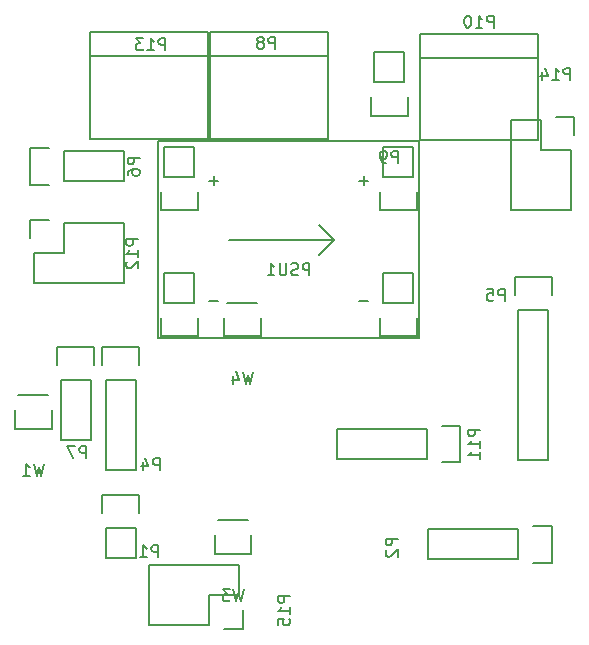
<source format=gbr>
G04 #@! TF.FileFunction,Legend,Bot*
%FSLAX46Y46*%
G04 Gerber Fmt 4.6, Leading zero omitted, Abs format (unit mm)*
G04 Created by KiCad (PCBNEW 4.0.2+dfsg1-stable) date Thu 14 Apr 2016 07:40:31 AM EDT*
%MOMM*%
G01*
G04 APERTURE LIST*
%ADD10C,0.100000*%
%ADD11C,0.150000*%
G04 APERTURE END LIST*
D10*
D11*
X12319000Y9144000D02*
X12319000Y6604000D01*
X12039000Y11964000D02*
X12039000Y10414000D01*
X12319000Y9144000D02*
X14859000Y9144000D01*
X15139000Y10414000D02*
X15139000Y11964000D01*
X15139000Y11964000D02*
X12039000Y11964000D01*
X14859000Y9144000D02*
X14859000Y6604000D01*
X14859000Y6604000D02*
X12319000Y6604000D01*
X47244000Y6477000D02*
X39624000Y6477000D01*
X47244000Y9017000D02*
X39624000Y9017000D01*
X50064000Y9297000D02*
X48514000Y9297000D01*
X39624000Y6477000D02*
X39624000Y9017000D01*
X47244000Y9017000D02*
X47244000Y6477000D01*
X48514000Y6197000D02*
X50064000Y6197000D01*
X50064000Y6197000D02*
X50064000Y9297000D01*
X14855968Y21650348D02*
X14855968Y14030348D01*
X12315968Y21650348D02*
X12315968Y14030348D01*
X12035968Y24470348D02*
X12035968Y22920348D01*
X14855968Y14030348D02*
X12315968Y14030348D01*
X12315968Y21650348D02*
X14855968Y21650348D01*
X15135968Y22920348D02*
X15135968Y24470348D01*
X15135968Y24470348D02*
X12035968Y24470348D01*
X47244000Y27558999D02*
X47244000Y14858999D01*
X47244000Y14858999D02*
X49784000Y14858999D01*
X49784000Y14858999D02*
X49784000Y27558999D01*
X46964000Y30378999D02*
X46964000Y28828999D01*
X47244000Y27558999D02*
X49784000Y27558999D01*
X50064000Y28828999D02*
X50064000Y30378999D01*
X50064000Y30378999D02*
X46964000Y30378999D01*
X8763001Y41021000D02*
X13843001Y41021000D01*
X13843001Y41021000D02*
X13843001Y38481000D01*
X13843001Y38481000D02*
X8763001Y38481000D01*
X5943001Y38201000D02*
X7493001Y38201000D01*
X8763001Y38481000D02*
X8763001Y41021000D01*
X7493001Y41301000D02*
X5943001Y41301000D01*
X5943001Y41301000D02*
X5943001Y38201000D01*
X11049000Y21650348D02*
X11049000Y16570348D01*
X11049000Y16570348D02*
X8509000Y16570348D01*
X8509000Y16570348D02*
X8509000Y21650348D01*
X8229000Y24470348D02*
X8229000Y22920348D01*
X8509000Y21650348D02*
X11049000Y21650348D01*
X11329000Y22920348D02*
X11329000Y24470348D01*
X11329000Y24470348D02*
X8229000Y24470348D01*
X39496999Y14986000D02*
X31876999Y14986000D01*
X39496999Y17526000D02*
X31876999Y17526000D01*
X42316999Y17806000D02*
X40766999Y17806000D01*
X31876999Y14986000D02*
X31876999Y17526000D01*
X39496999Y17526000D02*
X39496999Y14986000D01*
X40766999Y14706000D02*
X42316999Y14706000D01*
X42316999Y14706000D02*
X42316999Y17806000D01*
X8763000Y34925000D02*
X13843000Y34925000D01*
X5943000Y35205000D02*
X5943000Y33655000D01*
X6223000Y32385000D02*
X8763000Y32385000D01*
X8763000Y32385000D02*
X8763000Y34925000D01*
X13843000Y34925000D02*
X13843000Y29845000D01*
X13843000Y29845000D02*
X8763000Y29845000D01*
X5943000Y35205000D02*
X7493000Y35205000D01*
X6223000Y29845000D02*
X6223000Y32385000D01*
X8763000Y29845000D02*
X6223000Y29845000D01*
X21162000Y49093000D02*
X31162000Y49093000D01*
X21162000Y51093000D02*
X21162000Y42093000D01*
X31162000Y51093000D02*
X21162000Y51093000D01*
X31162000Y42093000D02*
X31162000Y51093000D01*
X21162000Y42093000D02*
X31162000Y42093000D01*
X11002000Y49093000D02*
X21002000Y49093000D01*
X11002000Y51093000D02*
X11002000Y42093000D01*
X21002000Y51093000D02*
X11002000Y51093000D01*
X21002000Y42093000D02*
X21002000Y51093000D01*
X11002000Y42093000D02*
X21002000Y42093000D01*
X51689000Y41148000D02*
X51689000Y36068000D01*
X51969000Y43968000D02*
X50419000Y43968000D01*
X49149000Y43688000D02*
X49149000Y41148000D01*
X49149000Y41148000D02*
X51689000Y41148000D01*
X51689000Y36068000D02*
X46609000Y36068000D01*
X46609000Y36068000D02*
X46609000Y41148000D01*
X51969000Y43968000D02*
X51969000Y42418000D01*
X46609000Y43688000D02*
X49149000Y43688000D01*
X46609000Y41148000D02*
X46609000Y43688000D01*
X21082000Y889000D02*
X16002000Y889000D01*
X23902000Y609000D02*
X23902000Y2159000D01*
X23622000Y3429000D02*
X21082000Y3429000D01*
X21082000Y3429000D02*
X21082000Y889000D01*
X16002000Y889000D02*
X16002000Y5969000D01*
X16002000Y5969000D02*
X21082000Y5969000D01*
X23902000Y609000D02*
X22352000Y609000D01*
X23622000Y5969000D02*
X23622000Y3429000D01*
X21082000Y5969000D02*
X23622000Y5969000D01*
X31623000Y33528000D02*
X30353000Y34798000D01*
X30353000Y32258000D02*
X31623000Y33528000D01*
X22733000Y33528000D02*
X31623000Y33528000D01*
X16764000Y41865000D02*
X16764000Y25191000D01*
X38862000Y41865000D02*
X16764000Y41865000D01*
X38862000Y25191000D02*
X38862000Y41865000D01*
X38862000Y25191000D02*
X16764000Y25191000D01*
X19812000Y28194000D02*
X19812000Y30734000D01*
X20092000Y25374000D02*
X20092000Y26924000D01*
X19812000Y28194000D02*
X17272000Y28194000D01*
X16992000Y26924000D02*
X16992000Y25374000D01*
X16992000Y25374000D02*
X20092000Y25374000D01*
X17272000Y28194000D02*
X17272000Y30734000D01*
X17272000Y30734000D02*
X19812000Y30734000D01*
X38354000Y28194000D02*
X38354000Y30734000D01*
X19812000Y38862000D02*
X19812000Y41402000D01*
X38354000Y38862000D02*
X38354000Y41402000D01*
X38354000Y28194000D02*
X35814000Y28194000D01*
X19812000Y38862000D02*
X17272000Y38862000D01*
X38354000Y38862000D02*
X35814000Y38862000D01*
X35814000Y28194000D02*
X35814000Y30734000D01*
X17272000Y38862000D02*
X17272000Y41402000D01*
X35814000Y38862000D02*
X35814000Y41402000D01*
X35814000Y30734000D02*
X38354000Y30734000D01*
X17272000Y41402000D02*
X19812000Y41402000D01*
X35814000Y41402000D02*
X38354000Y41402000D01*
X35534000Y25374000D02*
X38634000Y25374000D01*
X16992000Y36042000D02*
X20092000Y36042000D01*
X35534000Y36042000D02*
X38634000Y36042000D01*
X35534000Y26924000D02*
X35534000Y25374000D01*
X16992000Y37592000D02*
X16992000Y36042000D01*
X35534000Y37592000D02*
X35534000Y36042000D01*
X38634000Y25374000D02*
X38634000Y26924000D01*
X20092000Y36042000D02*
X20092000Y37592000D01*
X38634000Y36042000D02*
X38634000Y37592000D01*
X37592000Y46863000D02*
X37592000Y49403000D01*
X37872000Y44043000D02*
X37872000Y45593000D01*
X37592000Y46863000D02*
X35052000Y46863000D01*
X34772000Y45593000D02*
X34772000Y44043000D01*
X34772000Y44043000D02*
X37872000Y44043000D01*
X35052000Y46863000D02*
X35052000Y49403000D01*
X35052000Y49403000D02*
X37592000Y49403000D01*
X38942000Y48966000D02*
X48942000Y48966000D01*
X38942000Y50966000D02*
X38942000Y41966000D01*
X48942000Y50966000D02*
X38942000Y50966000D01*
X48942000Y41966000D02*
X48942000Y50966000D01*
X38942000Y41966000D02*
X48942000Y41966000D01*
X7725000Y17553000D02*
X7725000Y19103000D01*
X4625000Y19103000D02*
X4625000Y17553000D01*
X4625000Y17553000D02*
X7725000Y17553000D01*
X4905000Y20373000D02*
X7445000Y20373000D01*
X24625000Y6953000D02*
X24625000Y8503000D01*
X21525000Y8503000D02*
X21525000Y6953000D01*
X21525000Y6953000D02*
X24625000Y6953000D01*
X21805000Y9773000D02*
X24345000Y9773000D01*
X25425000Y25353000D02*
X25425000Y26903000D01*
X22325000Y26903000D02*
X22325000Y25353000D01*
X22325000Y25353000D02*
X25425000Y25353000D01*
X22605000Y28173000D02*
X25145000Y28173000D01*
X16740095Y6659619D02*
X16740095Y7659619D01*
X16359142Y7659619D01*
X16263904Y7612000D01*
X16216285Y7564381D01*
X16168666Y7469143D01*
X16168666Y7326286D01*
X16216285Y7231048D01*
X16263904Y7183429D01*
X16359142Y7135810D01*
X16740095Y7135810D01*
X15216285Y6659619D02*
X15787714Y6659619D01*
X15502000Y6659619D02*
X15502000Y7659619D01*
X15597238Y7516762D01*
X15692476Y7421524D01*
X15787714Y7373905D01*
X37028381Y8231095D02*
X36028381Y8231095D01*
X36028381Y7850142D01*
X36076000Y7754904D01*
X36123619Y7707285D01*
X36218857Y7659666D01*
X36361714Y7659666D01*
X36456952Y7707285D01*
X36504571Y7754904D01*
X36552190Y7850142D01*
X36552190Y8231095D01*
X36123619Y7278714D02*
X36076000Y7231095D01*
X36028381Y7135857D01*
X36028381Y6897761D01*
X36076000Y6802523D01*
X36123619Y6754904D01*
X36218857Y6707285D01*
X36314095Y6707285D01*
X36456952Y6754904D01*
X37028381Y7326333D01*
X37028381Y6707285D01*
X16867095Y14025619D02*
X16867095Y15025619D01*
X16486142Y15025619D01*
X16390904Y14978000D01*
X16343285Y14930381D01*
X16295666Y14835143D01*
X16295666Y14692286D01*
X16343285Y14597048D01*
X16390904Y14549429D01*
X16486142Y14501810D01*
X16867095Y14501810D01*
X15438523Y14692286D02*
X15438523Y14025619D01*
X15676619Y15073238D02*
X15914714Y14358952D01*
X15295666Y14358952D01*
X46077095Y28376619D02*
X46077095Y29376619D01*
X45696142Y29376619D01*
X45600904Y29329000D01*
X45553285Y29281381D01*
X45505666Y29186143D01*
X45505666Y29043286D01*
X45553285Y28948048D01*
X45600904Y28900429D01*
X45696142Y28852810D01*
X46077095Y28852810D01*
X44600904Y29376619D02*
X45077095Y29376619D01*
X45124714Y28900429D01*
X45077095Y28948048D01*
X44981857Y28995667D01*
X44743761Y28995667D01*
X44648523Y28948048D01*
X44600904Y28900429D01*
X44553285Y28805190D01*
X44553285Y28567095D01*
X44600904Y28471857D01*
X44648523Y28424238D01*
X44743761Y28376619D01*
X44981857Y28376619D01*
X45077095Y28424238D01*
X45124714Y28471857D01*
X15184381Y40489095D02*
X14184381Y40489095D01*
X14184381Y40108142D01*
X14232000Y40012904D01*
X14279619Y39965285D01*
X14374857Y39917666D01*
X14517714Y39917666D01*
X14612952Y39965285D01*
X14660571Y40012904D01*
X14708190Y40108142D01*
X14708190Y40489095D01*
X14184381Y39060523D02*
X14184381Y39251000D01*
X14232000Y39346238D01*
X14279619Y39393857D01*
X14422476Y39489095D01*
X14612952Y39536714D01*
X14993905Y39536714D01*
X15089143Y39489095D01*
X15136762Y39441476D01*
X15184381Y39346238D01*
X15184381Y39155761D01*
X15136762Y39060523D01*
X15089143Y39012904D01*
X14993905Y38965285D01*
X14755810Y38965285D01*
X14660571Y39012904D01*
X14612952Y39060523D01*
X14565333Y39155761D01*
X14565333Y39346238D01*
X14612952Y39441476D01*
X14660571Y39489095D01*
X14755810Y39536714D01*
X10644095Y15041619D02*
X10644095Y16041619D01*
X10263142Y16041619D01*
X10167904Y15994000D01*
X10120285Y15946381D01*
X10072666Y15851143D01*
X10072666Y15708286D01*
X10120285Y15613048D01*
X10167904Y15565429D01*
X10263142Y15517810D01*
X10644095Y15517810D01*
X9739333Y16041619D02*
X9072666Y16041619D01*
X9501238Y15041619D01*
X44013381Y17470286D02*
X43013381Y17470286D01*
X43013381Y17089333D01*
X43061000Y16994095D01*
X43108619Y16946476D01*
X43203857Y16898857D01*
X43346714Y16898857D01*
X43441952Y16946476D01*
X43489571Y16994095D01*
X43537190Y17089333D01*
X43537190Y17470286D01*
X44013381Y15946476D02*
X44013381Y16517905D01*
X44013381Y16232191D02*
X43013381Y16232191D01*
X43156238Y16327429D01*
X43251476Y16422667D01*
X43299095Y16517905D01*
X44013381Y14994095D02*
X44013381Y15565524D01*
X44013381Y15279810D02*
X43013381Y15279810D01*
X43156238Y15375048D01*
X43251476Y15470286D01*
X43299095Y15565524D01*
X15057381Y33599286D02*
X14057381Y33599286D01*
X14057381Y33218333D01*
X14105000Y33123095D01*
X14152619Y33075476D01*
X14247857Y33027857D01*
X14390714Y33027857D01*
X14485952Y33075476D01*
X14533571Y33123095D01*
X14581190Y33218333D01*
X14581190Y33599286D01*
X15057381Y32075476D02*
X15057381Y32646905D01*
X15057381Y32361191D02*
X14057381Y32361191D01*
X14200238Y32456429D01*
X14295476Y32551667D01*
X14343095Y32646905D01*
X14152619Y31694524D02*
X14105000Y31646905D01*
X14057381Y31551667D01*
X14057381Y31313571D01*
X14105000Y31218333D01*
X14152619Y31170714D01*
X14247857Y31123095D01*
X14343095Y31123095D01*
X14485952Y31170714D01*
X15057381Y31742143D01*
X15057381Y31123095D01*
X26646095Y49712619D02*
X26646095Y50712619D01*
X26265142Y50712619D01*
X26169904Y50665000D01*
X26122285Y50617381D01*
X26074666Y50522143D01*
X26074666Y50379286D01*
X26122285Y50284048D01*
X26169904Y50236429D01*
X26265142Y50188810D01*
X26646095Y50188810D01*
X25503238Y50284048D02*
X25598476Y50331667D01*
X25646095Y50379286D01*
X25693714Y50474524D01*
X25693714Y50522143D01*
X25646095Y50617381D01*
X25598476Y50665000D01*
X25503238Y50712619D01*
X25312761Y50712619D01*
X25217523Y50665000D01*
X25169904Y50617381D01*
X25122285Y50522143D01*
X25122285Y50474524D01*
X25169904Y50379286D01*
X25217523Y50331667D01*
X25312761Y50284048D01*
X25503238Y50284048D01*
X25598476Y50236429D01*
X25646095Y50188810D01*
X25693714Y50093571D01*
X25693714Y49903095D01*
X25646095Y49807857D01*
X25598476Y49760238D01*
X25503238Y49712619D01*
X25312761Y49712619D01*
X25217523Y49760238D01*
X25169904Y49807857D01*
X25122285Y49903095D01*
X25122285Y50093571D01*
X25169904Y50188810D01*
X25217523Y50236429D01*
X25312761Y50284048D01*
X17343286Y49585619D02*
X17343286Y50585619D01*
X16962333Y50585619D01*
X16867095Y50538000D01*
X16819476Y50490381D01*
X16771857Y50395143D01*
X16771857Y50252286D01*
X16819476Y50157048D01*
X16867095Y50109429D01*
X16962333Y50061810D01*
X17343286Y50061810D01*
X15819476Y49585619D02*
X16390905Y49585619D01*
X16105191Y49585619D02*
X16105191Y50585619D01*
X16200429Y50442762D01*
X16295667Y50347524D01*
X16390905Y50299905D01*
X15486143Y50585619D02*
X14867095Y50585619D01*
X15200429Y50204667D01*
X15057571Y50204667D01*
X14962333Y50157048D01*
X14914714Y50109429D01*
X14867095Y50014190D01*
X14867095Y49776095D01*
X14914714Y49680857D01*
X14962333Y49633238D01*
X15057571Y49585619D01*
X15343286Y49585619D01*
X15438524Y49633238D01*
X15486143Y49680857D01*
X51633286Y47065619D02*
X51633286Y48065619D01*
X51252333Y48065619D01*
X51157095Y48018000D01*
X51109476Y47970381D01*
X51061857Y47875143D01*
X51061857Y47732286D01*
X51109476Y47637048D01*
X51157095Y47589429D01*
X51252333Y47541810D01*
X51633286Y47541810D01*
X50109476Y47065619D02*
X50680905Y47065619D01*
X50395191Y47065619D02*
X50395191Y48065619D01*
X50490429Y47922762D01*
X50585667Y47827524D01*
X50680905Y47779905D01*
X49252333Y47732286D02*
X49252333Y47065619D01*
X49490429Y48113238D02*
X49728524Y47398952D01*
X49109476Y47398952D01*
X27904381Y3373286D02*
X26904381Y3373286D01*
X26904381Y2992333D01*
X26952000Y2897095D01*
X26999619Y2849476D01*
X27094857Y2801857D01*
X27237714Y2801857D01*
X27332952Y2849476D01*
X27380571Y2897095D01*
X27428190Y2992333D01*
X27428190Y3373286D01*
X27904381Y1849476D02*
X27904381Y2420905D01*
X27904381Y2135191D02*
X26904381Y2135191D01*
X27047238Y2230429D01*
X27142476Y2325667D01*
X27190095Y2420905D01*
X26904381Y944714D02*
X26904381Y1420905D01*
X27380571Y1468524D01*
X27332952Y1420905D01*
X27285333Y1325667D01*
X27285333Y1087571D01*
X27332952Y992333D01*
X27380571Y944714D01*
X27475810Y897095D01*
X27713905Y897095D01*
X27809143Y944714D01*
X27856762Y992333D01*
X27904381Y1087571D01*
X27904381Y1325667D01*
X27856762Y1420905D01*
X27809143Y1468524D01*
X29551095Y30535619D02*
X29551095Y31535619D01*
X29170142Y31535619D01*
X29074904Y31488000D01*
X29027285Y31440381D01*
X28979666Y31345143D01*
X28979666Y31202286D01*
X29027285Y31107048D01*
X29074904Y31059429D01*
X29170142Y31011810D01*
X29551095Y31011810D01*
X28598714Y30583238D02*
X28455857Y30535619D01*
X28217761Y30535619D01*
X28122523Y30583238D01*
X28074904Y30630857D01*
X28027285Y30726095D01*
X28027285Y30821333D01*
X28074904Y30916571D01*
X28122523Y30964190D01*
X28217761Y31011810D01*
X28408238Y31059429D01*
X28503476Y31107048D01*
X28551095Y31154667D01*
X28598714Y31249905D01*
X28598714Y31345143D01*
X28551095Y31440381D01*
X28503476Y31488000D01*
X28408238Y31535619D01*
X28170142Y31535619D01*
X28027285Y31488000D01*
X27598714Y31535619D02*
X27598714Y30726095D01*
X27551095Y30630857D01*
X27503476Y30583238D01*
X27408238Y30535619D01*
X27217761Y30535619D01*
X27122523Y30583238D01*
X27074904Y30630857D01*
X27027285Y30726095D01*
X27027285Y31535619D01*
X26027285Y30535619D02*
X26598714Y30535619D01*
X26313000Y30535619D02*
X26313000Y31535619D01*
X26408238Y31392762D01*
X26503476Y31297524D01*
X26598714Y31249905D01*
X21843952Y38536571D02*
X21082047Y38536571D01*
X21462999Y38155619D02*
X21462999Y38917524D01*
X21843952Y28376571D02*
X21082047Y28376571D01*
X34543952Y38536571D02*
X33782047Y38536571D01*
X34162999Y38155619D02*
X34162999Y38917524D01*
X34543952Y28376571D02*
X33782047Y28376571D01*
X37060095Y40040619D02*
X37060095Y41040619D01*
X36679142Y41040619D01*
X36583904Y40993000D01*
X36536285Y40945381D01*
X36488666Y40850143D01*
X36488666Y40707286D01*
X36536285Y40612048D01*
X36583904Y40564429D01*
X36679142Y40516810D01*
X37060095Y40516810D01*
X36012476Y40040619D02*
X35822000Y40040619D01*
X35726761Y40088238D01*
X35679142Y40135857D01*
X35583904Y40278714D01*
X35536285Y40469190D01*
X35536285Y40850143D01*
X35583904Y40945381D01*
X35631523Y40993000D01*
X35726761Y41040619D01*
X35917238Y41040619D01*
X36012476Y40993000D01*
X36060095Y40945381D01*
X36107714Y40850143D01*
X36107714Y40612048D01*
X36060095Y40516810D01*
X36012476Y40469190D01*
X35917238Y40421571D01*
X35726761Y40421571D01*
X35631523Y40469190D01*
X35583904Y40516810D01*
X35536285Y40612048D01*
X45156286Y51513619D02*
X45156286Y52513619D01*
X44775333Y52513619D01*
X44680095Y52466000D01*
X44632476Y52418381D01*
X44584857Y52323143D01*
X44584857Y52180286D01*
X44632476Y52085048D01*
X44680095Y52037429D01*
X44775333Y51989810D01*
X45156286Y51989810D01*
X43632476Y51513619D02*
X44203905Y51513619D01*
X43918191Y51513619D02*
X43918191Y52513619D01*
X44013429Y52370762D01*
X44108667Y52275524D01*
X44203905Y52227905D01*
X43013429Y52513619D02*
X42918190Y52513619D01*
X42822952Y52466000D01*
X42775333Y52418381D01*
X42727714Y52323143D01*
X42680095Y52132667D01*
X42680095Y51894571D01*
X42727714Y51704095D01*
X42775333Y51608857D01*
X42822952Y51561238D01*
X42918190Y51513619D01*
X43013429Y51513619D01*
X43108667Y51561238D01*
X43156286Y51608857D01*
X43203905Y51704095D01*
X43251524Y51894571D01*
X43251524Y52132667D01*
X43203905Y52323143D01*
X43156286Y52418381D01*
X43108667Y52466000D01*
X43013429Y52513619D01*
X7079762Y14550619D02*
X6841667Y13550619D01*
X6651190Y14264905D01*
X6460714Y13550619D01*
X6222619Y14550619D01*
X5317857Y13550619D02*
X5889286Y13550619D01*
X5603572Y13550619D02*
X5603572Y14550619D01*
X5698810Y14407762D01*
X5794048Y14312524D01*
X5889286Y14264905D01*
X23979762Y3950619D02*
X23741667Y2950619D01*
X23551190Y3664905D01*
X23360714Y2950619D01*
X23122619Y3950619D01*
X22836905Y3950619D02*
X22217857Y3950619D01*
X22551191Y3569667D01*
X22408333Y3569667D01*
X22313095Y3522048D01*
X22265476Y3474429D01*
X22217857Y3379190D01*
X22217857Y3141095D01*
X22265476Y3045857D01*
X22313095Y2998238D01*
X22408333Y2950619D01*
X22694048Y2950619D01*
X22789286Y2998238D01*
X22836905Y3045857D01*
X24779762Y22350619D02*
X24541667Y21350619D01*
X24351190Y22064905D01*
X24160714Y21350619D01*
X23922619Y22350619D01*
X23113095Y22017286D02*
X23113095Y21350619D01*
X23351191Y22398238D02*
X23589286Y21683952D01*
X22970238Y21683952D01*
M02*

</source>
